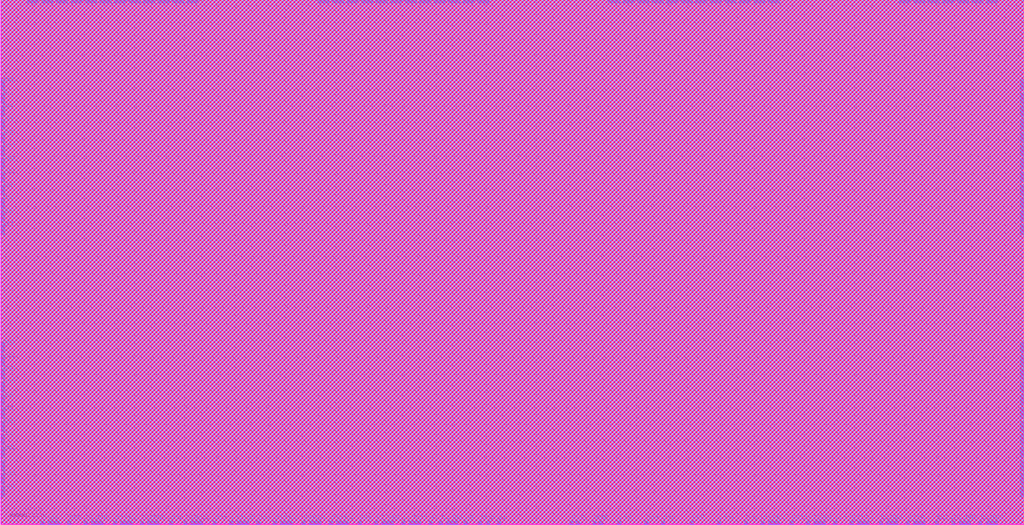
<source format=lef>
# 
#              Synchronous High Speed Single Port SRAM Compiler 
# 
#                    UMC 0.18um GenericII Logic Process
#    __________________________________________________________________________
# 
# 
#      (C) Copyright 2002-2009 Faraday Technology Corp. All Rights Reserved.
#    
#    This source code is an unpublished work belongs to Faraday Technology
#    Corp.  It is considered a trade secret and is not to be divulged or
#    used by parties who have not received written authorization from
#    Faraday Technology Corp.
#    
#    Faraday's home page can be found at:
#    http://www.faraday-tech.com/
#   
#       Module Name      : Memory_16_64
#       Words            : 64
#       Bits             : 16
#       Byte-Write       : 1
#       Aspect Ratio     : 1
#       Output Loading   : 0.05  (pf)
#       Data Slew        : 0.02  (ns)
#       CK Slew          : 0.02  (ns)
#       Power Ring Width : 2  (um)
# 
# -----------------------------------------------------------------------------
# 
#       Library          : FSA0M_A
#       Memaker          : 200901.2.1
#       Date             : 2024/10/27 12:34:50
# 
# -----------------------------------------------------------------------------


NAMESCASESENSITIVE ON ;
MACRO Memory_16_64
CLASS BLOCK ;
FOREIGN Memory_16_64 0.000 0.000 ;
ORIGIN 0.000 0.000 ;
SIZE 305.660 BY 156.800 ;
SYMMETRY x y r90 ;
SITE core ;
PIN GND
  DIRECTION INOUT ;
  USE GROUND ;
  SHAPE ABUTMENT ;
 PORT
  LAYER ME4 ;
  RECT 304.540 129.700 305.660 132.940 ;
  LAYER ME3 ;
  RECT 304.540 129.700 305.660 132.940 ;
  LAYER ME2 ;
  RECT 304.540 129.700 305.660 132.940 ;
  LAYER ME1 ;
  RECT 304.540 129.700 305.660 132.940 ;
 END
 PORT
  LAYER ME4 ;
  RECT 304.540 121.860 305.660 125.100 ;
  LAYER ME3 ;
  RECT 304.540 121.860 305.660 125.100 ;
  LAYER ME2 ;
  RECT 304.540 121.860 305.660 125.100 ;
  LAYER ME1 ;
  RECT 304.540 121.860 305.660 125.100 ;
 END
 PORT
  LAYER ME4 ;
  RECT 304.540 114.020 305.660 117.260 ;
  LAYER ME3 ;
  RECT 304.540 114.020 305.660 117.260 ;
  LAYER ME2 ;
  RECT 304.540 114.020 305.660 117.260 ;
  LAYER ME1 ;
  RECT 304.540 114.020 305.660 117.260 ;
 END
 PORT
  LAYER ME4 ;
  RECT 304.540 106.180 305.660 109.420 ;
  LAYER ME3 ;
  RECT 304.540 106.180 305.660 109.420 ;
  LAYER ME2 ;
  RECT 304.540 106.180 305.660 109.420 ;
  LAYER ME1 ;
  RECT 304.540 106.180 305.660 109.420 ;
 END
 PORT
  LAYER ME4 ;
  RECT 304.540 98.340 305.660 101.580 ;
  LAYER ME3 ;
  RECT 304.540 98.340 305.660 101.580 ;
  LAYER ME2 ;
  RECT 304.540 98.340 305.660 101.580 ;
  LAYER ME1 ;
  RECT 304.540 98.340 305.660 101.580 ;
 END
 PORT
  LAYER ME4 ;
  RECT 304.540 90.500 305.660 93.740 ;
  LAYER ME3 ;
  RECT 304.540 90.500 305.660 93.740 ;
  LAYER ME2 ;
  RECT 304.540 90.500 305.660 93.740 ;
  LAYER ME1 ;
  RECT 304.540 90.500 305.660 93.740 ;
 END
 PORT
  LAYER ME4 ;
  RECT 304.540 51.300 305.660 54.540 ;
  LAYER ME3 ;
  RECT 304.540 51.300 305.660 54.540 ;
  LAYER ME2 ;
  RECT 304.540 51.300 305.660 54.540 ;
  LAYER ME1 ;
  RECT 304.540 51.300 305.660 54.540 ;
 END
 PORT
  LAYER ME4 ;
  RECT 304.540 43.460 305.660 46.700 ;
  LAYER ME3 ;
  RECT 304.540 43.460 305.660 46.700 ;
  LAYER ME2 ;
  RECT 304.540 43.460 305.660 46.700 ;
  LAYER ME1 ;
  RECT 304.540 43.460 305.660 46.700 ;
 END
 PORT
  LAYER ME4 ;
  RECT 304.540 35.620 305.660 38.860 ;
  LAYER ME3 ;
  RECT 304.540 35.620 305.660 38.860 ;
  LAYER ME2 ;
  RECT 304.540 35.620 305.660 38.860 ;
  LAYER ME1 ;
  RECT 304.540 35.620 305.660 38.860 ;
 END
 PORT
  LAYER ME4 ;
  RECT 304.540 27.780 305.660 31.020 ;
  LAYER ME3 ;
  RECT 304.540 27.780 305.660 31.020 ;
  LAYER ME2 ;
  RECT 304.540 27.780 305.660 31.020 ;
  LAYER ME1 ;
  RECT 304.540 27.780 305.660 31.020 ;
 END
 PORT
  LAYER ME4 ;
  RECT 304.540 19.940 305.660 23.180 ;
  LAYER ME3 ;
  RECT 304.540 19.940 305.660 23.180 ;
  LAYER ME2 ;
  RECT 304.540 19.940 305.660 23.180 ;
  LAYER ME1 ;
  RECT 304.540 19.940 305.660 23.180 ;
 END
 PORT
  LAYER ME4 ;
  RECT 304.540 12.100 305.660 15.340 ;
  LAYER ME3 ;
  RECT 304.540 12.100 305.660 15.340 ;
  LAYER ME2 ;
  RECT 304.540 12.100 305.660 15.340 ;
  LAYER ME1 ;
  RECT 304.540 12.100 305.660 15.340 ;
 END
 PORT
  LAYER ME4 ;
  RECT 0.000 129.700 1.120 132.940 ;
  LAYER ME3 ;
  RECT 0.000 129.700 1.120 132.940 ;
  LAYER ME2 ;
  RECT 0.000 129.700 1.120 132.940 ;
  LAYER ME1 ;
  RECT 0.000 129.700 1.120 132.940 ;
 END
 PORT
  LAYER ME4 ;
  RECT 0.000 121.860 1.120 125.100 ;
  LAYER ME3 ;
  RECT 0.000 121.860 1.120 125.100 ;
  LAYER ME2 ;
  RECT 0.000 121.860 1.120 125.100 ;
  LAYER ME1 ;
  RECT 0.000 121.860 1.120 125.100 ;
 END
 PORT
  LAYER ME4 ;
  RECT 0.000 114.020 1.120 117.260 ;
  LAYER ME3 ;
  RECT 0.000 114.020 1.120 117.260 ;
  LAYER ME2 ;
  RECT 0.000 114.020 1.120 117.260 ;
  LAYER ME1 ;
  RECT 0.000 114.020 1.120 117.260 ;
 END
 PORT
  LAYER ME4 ;
  RECT 0.000 106.180 1.120 109.420 ;
  LAYER ME3 ;
  RECT 0.000 106.180 1.120 109.420 ;
  LAYER ME2 ;
  RECT 0.000 106.180 1.120 109.420 ;
  LAYER ME1 ;
  RECT 0.000 106.180 1.120 109.420 ;
 END
 PORT
  LAYER ME4 ;
  RECT 0.000 98.340 1.120 101.580 ;
  LAYER ME3 ;
  RECT 0.000 98.340 1.120 101.580 ;
  LAYER ME2 ;
  RECT 0.000 98.340 1.120 101.580 ;
  LAYER ME1 ;
  RECT 0.000 98.340 1.120 101.580 ;
 END
 PORT
  LAYER ME4 ;
  RECT 0.000 90.500 1.120 93.740 ;
  LAYER ME3 ;
  RECT 0.000 90.500 1.120 93.740 ;
  LAYER ME2 ;
  RECT 0.000 90.500 1.120 93.740 ;
  LAYER ME1 ;
  RECT 0.000 90.500 1.120 93.740 ;
 END
 PORT
  LAYER ME4 ;
  RECT 0.000 51.300 1.120 54.540 ;
  LAYER ME3 ;
  RECT 0.000 51.300 1.120 54.540 ;
  LAYER ME2 ;
  RECT 0.000 51.300 1.120 54.540 ;
  LAYER ME1 ;
  RECT 0.000 51.300 1.120 54.540 ;
 END
 PORT
  LAYER ME4 ;
  RECT 0.000 43.460 1.120 46.700 ;
  LAYER ME3 ;
  RECT 0.000 43.460 1.120 46.700 ;
  LAYER ME2 ;
  RECT 0.000 43.460 1.120 46.700 ;
  LAYER ME1 ;
  RECT 0.000 43.460 1.120 46.700 ;
 END
 PORT
  LAYER ME4 ;
  RECT 0.000 35.620 1.120 38.860 ;
  LAYER ME3 ;
  RECT 0.000 35.620 1.120 38.860 ;
  LAYER ME2 ;
  RECT 0.000 35.620 1.120 38.860 ;
  LAYER ME1 ;
  RECT 0.000 35.620 1.120 38.860 ;
 END
 PORT
  LAYER ME4 ;
  RECT 0.000 27.780 1.120 31.020 ;
  LAYER ME3 ;
  RECT 0.000 27.780 1.120 31.020 ;
  LAYER ME2 ;
  RECT 0.000 27.780 1.120 31.020 ;
  LAYER ME1 ;
  RECT 0.000 27.780 1.120 31.020 ;
 END
 PORT
  LAYER ME4 ;
  RECT 0.000 19.940 1.120 23.180 ;
  LAYER ME3 ;
  RECT 0.000 19.940 1.120 23.180 ;
  LAYER ME2 ;
  RECT 0.000 19.940 1.120 23.180 ;
  LAYER ME1 ;
  RECT 0.000 19.940 1.120 23.180 ;
 END
 PORT
  LAYER ME4 ;
  RECT 0.000 12.100 1.120 15.340 ;
  LAYER ME3 ;
  RECT 0.000 12.100 1.120 15.340 ;
  LAYER ME2 ;
  RECT 0.000 12.100 1.120 15.340 ;
  LAYER ME1 ;
  RECT 0.000 12.100 1.120 15.340 ;
 END
 PORT
  LAYER ME4 ;
  RECT 289.940 155.680 293.480 156.800 ;
  LAYER ME3 ;
  RECT 289.940 155.680 293.480 156.800 ;
  LAYER ME2 ;
  RECT 289.940 155.680 293.480 156.800 ;
  LAYER ME1 ;
  RECT 289.940 155.680 293.480 156.800 ;
 END
 PORT
  LAYER ME4 ;
  RECT 281.260 155.680 284.800 156.800 ;
  LAYER ME3 ;
  RECT 281.260 155.680 284.800 156.800 ;
  LAYER ME2 ;
  RECT 281.260 155.680 284.800 156.800 ;
  LAYER ME1 ;
  RECT 281.260 155.680 284.800 156.800 ;
 END
 PORT
  LAYER ME4 ;
  RECT 272.580 155.680 276.120 156.800 ;
  LAYER ME3 ;
  RECT 272.580 155.680 276.120 156.800 ;
  LAYER ME2 ;
  RECT 272.580 155.680 276.120 156.800 ;
  LAYER ME1 ;
  RECT 272.580 155.680 276.120 156.800 ;
 END
 PORT
  LAYER ME4 ;
  RECT 229.180 155.680 232.720 156.800 ;
  LAYER ME3 ;
  RECT 229.180 155.680 232.720 156.800 ;
  LAYER ME2 ;
  RECT 229.180 155.680 232.720 156.800 ;
  LAYER ME1 ;
  RECT 229.180 155.680 232.720 156.800 ;
 END
 PORT
  LAYER ME4 ;
  RECT 220.500 155.680 224.040 156.800 ;
  LAYER ME3 ;
  RECT 220.500 155.680 224.040 156.800 ;
  LAYER ME2 ;
  RECT 220.500 155.680 224.040 156.800 ;
  LAYER ME1 ;
  RECT 220.500 155.680 224.040 156.800 ;
 END
 PORT
  LAYER ME4 ;
  RECT 211.820 155.680 215.360 156.800 ;
  LAYER ME3 ;
  RECT 211.820 155.680 215.360 156.800 ;
  LAYER ME2 ;
  RECT 211.820 155.680 215.360 156.800 ;
  LAYER ME1 ;
  RECT 211.820 155.680 215.360 156.800 ;
 END
 PORT
  LAYER ME4 ;
  RECT 203.140 155.680 206.680 156.800 ;
  LAYER ME3 ;
  RECT 203.140 155.680 206.680 156.800 ;
  LAYER ME2 ;
  RECT 203.140 155.680 206.680 156.800 ;
  LAYER ME1 ;
  RECT 203.140 155.680 206.680 156.800 ;
 END
 PORT
  LAYER ME4 ;
  RECT 194.460 155.680 198.000 156.800 ;
  LAYER ME3 ;
  RECT 194.460 155.680 198.000 156.800 ;
  LAYER ME2 ;
  RECT 194.460 155.680 198.000 156.800 ;
  LAYER ME1 ;
  RECT 194.460 155.680 198.000 156.800 ;
 END
 PORT
  LAYER ME4 ;
  RECT 185.780 155.680 189.320 156.800 ;
  LAYER ME3 ;
  RECT 185.780 155.680 189.320 156.800 ;
  LAYER ME2 ;
  RECT 185.780 155.680 189.320 156.800 ;
  LAYER ME1 ;
  RECT 185.780 155.680 189.320 156.800 ;
 END
 PORT
  LAYER ME4 ;
  RECT 142.380 155.680 145.920 156.800 ;
  LAYER ME3 ;
  RECT 142.380 155.680 145.920 156.800 ;
  LAYER ME2 ;
  RECT 142.380 155.680 145.920 156.800 ;
  LAYER ME1 ;
  RECT 142.380 155.680 145.920 156.800 ;
 END
 PORT
  LAYER ME4 ;
  RECT 133.700 155.680 137.240 156.800 ;
  LAYER ME3 ;
  RECT 133.700 155.680 137.240 156.800 ;
  LAYER ME2 ;
  RECT 133.700 155.680 137.240 156.800 ;
  LAYER ME1 ;
  RECT 133.700 155.680 137.240 156.800 ;
 END
 PORT
  LAYER ME4 ;
  RECT 125.020 155.680 128.560 156.800 ;
  LAYER ME3 ;
  RECT 125.020 155.680 128.560 156.800 ;
  LAYER ME2 ;
  RECT 125.020 155.680 128.560 156.800 ;
  LAYER ME1 ;
  RECT 125.020 155.680 128.560 156.800 ;
 END
 PORT
  LAYER ME4 ;
  RECT 116.340 155.680 119.880 156.800 ;
  LAYER ME3 ;
  RECT 116.340 155.680 119.880 156.800 ;
  LAYER ME2 ;
  RECT 116.340 155.680 119.880 156.800 ;
  LAYER ME1 ;
  RECT 116.340 155.680 119.880 156.800 ;
 END
 PORT
  LAYER ME4 ;
  RECT 107.660 155.680 111.200 156.800 ;
  LAYER ME3 ;
  RECT 107.660 155.680 111.200 156.800 ;
  LAYER ME2 ;
  RECT 107.660 155.680 111.200 156.800 ;
  LAYER ME1 ;
  RECT 107.660 155.680 111.200 156.800 ;
 END
 PORT
  LAYER ME4 ;
  RECT 98.980 155.680 102.520 156.800 ;
  LAYER ME3 ;
  RECT 98.980 155.680 102.520 156.800 ;
  LAYER ME2 ;
  RECT 98.980 155.680 102.520 156.800 ;
  LAYER ME1 ;
  RECT 98.980 155.680 102.520 156.800 ;
 END
 PORT
  LAYER ME4 ;
  RECT 55.580 155.680 59.120 156.800 ;
  LAYER ME3 ;
  RECT 55.580 155.680 59.120 156.800 ;
  LAYER ME2 ;
  RECT 55.580 155.680 59.120 156.800 ;
  LAYER ME1 ;
  RECT 55.580 155.680 59.120 156.800 ;
 END
 PORT
  LAYER ME4 ;
  RECT 46.900 155.680 50.440 156.800 ;
  LAYER ME3 ;
  RECT 46.900 155.680 50.440 156.800 ;
  LAYER ME2 ;
  RECT 46.900 155.680 50.440 156.800 ;
  LAYER ME1 ;
  RECT 46.900 155.680 50.440 156.800 ;
 END
 PORT
  LAYER ME4 ;
  RECT 38.220 155.680 41.760 156.800 ;
  LAYER ME3 ;
  RECT 38.220 155.680 41.760 156.800 ;
  LAYER ME2 ;
  RECT 38.220 155.680 41.760 156.800 ;
  LAYER ME1 ;
  RECT 38.220 155.680 41.760 156.800 ;
 END
 PORT
  LAYER ME4 ;
  RECT 29.540 155.680 33.080 156.800 ;
  LAYER ME3 ;
  RECT 29.540 155.680 33.080 156.800 ;
  LAYER ME2 ;
  RECT 29.540 155.680 33.080 156.800 ;
  LAYER ME1 ;
  RECT 29.540 155.680 33.080 156.800 ;
 END
 PORT
  LAYER ME4 ;
  RECT 20.860 155.680 24.400 156.800 ;
  LAYER ME3 ;
  RECT 20.860 155.680 24.400 156.800 ;
  LAYER ME2 ;
  RECT 20.860 155.680 24.400 156.800 ;
  LAYER ME1 ;
  RECT 20.860 155.680 24.400 156.800 ;
 END
 PORT
  LAYER ME4 ;
  RECT 12.180 155.680 15.720 156.800 ;
  LAYER ME3 ;
  RECT 12.180 155.680 15.720 156.800 ;
  LAYER ME2 ;
  RECT 12.180 155.680 15.720 156.800 ;
  LAYER ME1 ;
  RECT 12.180 155.680 15.720 156.800 ;
 END
 PORT
  LAYER ME4 ;
  RECT 286.220 0.000 289.760 1.120 ;
  LAYER ME3 ;
  RECT 286.220 0.000 289.760 1.120 ;
  LAYER ME2 ;
  RECT 286.220 0.000 289.760 1.120 ;
  LAYER ME1 ;
  RECT 286.220 0.000 289.760 1.120 ;
 END
 PORT
  LAYER ME4 ;
  RECT 264.520 0.000 268.060 1.120 ;
  LAYER ME3 ;
  RECT 264.520 0.000 268.060 1.120 ;
  LAYER ME2 ;
  RECT 264.520 0.000 268.060 1.120 ;
  LAYER ME1 ;
  RECT 264.520 0.000 268.060 1.120 ;
 END
 PORT
  LAYER ME4 ;
  RECT 242.820 0.000 246.360 1.120 ;
  LAYER ME3 ;
  RECT 242.820 0.000 246.360 1.120 ;
  LAYER ME2 ;
  RECT 242.820 0.000 246.360 1.120 ;
  LAYER ME1 ;
  RECT 242.820 0.000 246.360 1.120 ;
 END
 PORT
  LAYER ME4 ;
  RECT 133.080 0.000 136.620 1.120 ;
  LAYER ME3 ;
  RECT 133.080 0.000 136.620 1.120 ;
  LAYER ME2 ;
  RECT 133.080 0.000 136.620 1.120 ;
  LAYER ME1 ;
  RECT 133.080 0.000 136.620 1.120 ;
 END
 PORT
  LAYER ME4 ;
  RECT 113.860 0.000 117.400 1.120 ;
  LAYER ME3 ;
  RECT 113.860 0.000 117.400 1.120 ;
  LAYER ME2 ;
  RECT 113.860 0.000 117.400 1.120 ;
  LAYER ME1 ;
  RECT 113.860 0.000 117.400 1.120 ;
 END
 PORT
  LAYER ME4 ;
  RECT 92.160 0.000 95.700 1.120 ;
  LAYER ME3 ;
  RECT 92.160 0.000 95.700 1.120 ;
  LAYER ME2 ;
  RECT 92.160 0.000 95.700 1.120 ;
  LAYER ME1 ;
  RECT 92.160 0.000 95.700 1.120 ;
 END
 PORT
  LAYER ME4 ;
  RECT 70.460 0.000 74.000 1.120 ;
  LAYER ME3 ;
  RECT 70.460 0.000 74.000 1.120 ;
  LAYER ME2 ;
  RECT 70.460 0.000 74.000 1.120 ;
  LAYER ME1 ;
  RECT 70.460 0.000 74.000 1.120 ;
 END
 PORT
  LAYER ME4 ;
  RECT 43.800 0.000 47.340 1.120 ;
  LAYER ME3 ;
  RECT 43.800 0.000 47.340 1.120 ;
  LAYER ME2 ;
  RECT 43.800 0.000 47.340 1.120 ;
  LAYER ME1 ;
  RECT 43.800 0.000 47.340 1.120 ;
 END
 PORT
  LAYER ME4 ;
  RECT 27.060 0.000 30.600 1.120 ;
  LAYER ME3 ;
  RECT 27.060 0.000 30.600 1.120 ;
  LAYER ME2 ;
  RECT 27.060 0.000 30.600 1.120 ;
  LAYER ME1 ;
  RECT 27.060 0.000 30.600 1.120 ;
 END
END GND
PIN VCC
  DIRECTION INOUT ;
  USE POWER ;
  SHAPE ABUTMENT ;
 PORT
  LAYER ME4 ;
  RECT 304.540 125.780 305.660 129.020 ;
  LAYER ME3 ;
  RECT 304.540 125.780 305.660 129.020 ;
  LAYER ME2 ;
  RECT 304.540 125.780 305.660 129.020 ;
  LAYER ME1 ;
  RECT 304.540 125.780 305.660 129.020 ;
 END
 PORT
  LAYER ME4 ;
  RECT 304.540 117.940 305.660 121.180 ;
  LAYER ME3 ;
  RECT 304.540 117.940 305.660 121.180 ;
  LAYER ME2 ;
  RECT 304.540 117.940 305.660 121.180 ;
  LAYER ME1 ;
  RECT 304.540 117.940 305.660 121.180 ;
 END
 PORT
  LAYER ME4 ;
  RECT 304.540 110.100 305.660 113.340 ;
  LAYER ME3 ;
  RECT 304.540 110.100 305.660 113.340 ;
  LAYER ME2 ;
  RECT 304.540 110.100 305.660 113.340 ;
  LAYER ME1 ;
  RECT 304.540 110.100 305.660 113.340 ;
 END
 PORT
  LAYER ME4 ;
  RECT 304.540 102.260 305.660 105.500 ;
  LAYER ME3 ;
  RECT 304.540 102.260 305.660 105.500 ;
  LAYER ME2 ;
  RECT 304.540 102.260 305.660 105.500 ;
  LAYER ME1 ;
  RECT 304.540 102.260 305.660 105.500 ;
 END
 PORT
  LAYER ME4 ;
  RECT 304.540 94.420 305.660 97.660 ;
  LAYER ME3 ;
  RECT 304.540 94.420 305.660 97.660 ;
  LAYER ME2 ;
  RECT 304.540 94.420 305.660 97.660 ;
  LAYER ME1 ;
  RECT 304.540 94.420 305.660 97.660 ;
 END
 PORT
  LAYER ME4 ;
  RECT 304.540 86.580 305.660 89.820 ;
  LAYER ME3 ;
  RECT 304.540 86.580 305.660 89.820 ;
  LAYER ME2 ;
  RECT 304.540 86.580 305.660 89.820 ;
  LAYER ME1 ;
  RECT 304.540 86.580 305.660 89.820 ;
 END
 PORT
  LAYER ME4 ;
  RECT 304.540 47.380 305.660 50.620 ;
  LAYER ME3 ;
  RECT 304.540 47.380 305.660 50.620 ;
  LAYER ME2 ;
  RECT 304.540 47.380 305.660 50.620 ;
  LAYER ME1 ;
  RECT 304.540 47.380 305.660 50.620 ;
 END
 PORT
  LAYER ME4 ;
  RECT 304.540 39.540 305.660 42.780 ;
  LAYER ME3 ;
  RECT 304.540 39.540 305.660 42.780 ;
  LAYER ME2 ;
  RECT 304.540 39.540 305.660 42.780 ;
  LAYER ME1 ;
  RECT 304.540 39.540 305.660 42.780 ;
 END
 PORT
  LAYER ME4 ;
  RECT 304.540 31.700 305.660 34.940 ;
  LAYER ME3 ;
  RECT 304.540 31.700 305.660 34.940 ;
  LAYER ME2 ;
  RECT 304.540 31.700 305.660 34.940 ;
  LAYER ME1 ;
  RECT 304.540 31.700 305.660 34.940 ;
 END
 PORT
  LAYER ME4 ;
  RECT 304.540 23.860 305.660 27.100 ;
  LAYER ME3 ;
  RECT 304.540 23.860 305.660 27.100 ;
  LAYER ME2 ;
  RECT 304.540 23.860 305.660 27.100 ;
  LAYER ME1 ;
  RECT 304.540 23.860 305.660 27.100 ;
 END
 PORT
  LAYER ME4 ;
  RECT 304.540 16.020 305.660 19.260 ;
  LAYER ME3 ;
  RECT 304.540 16.020 305.660 19.260 ;
  LAYER ME2 ;
  RECT 304.540 16.020 305.660 19.260 ;
  LAYER ME1 ;
  RECT 304.540 16.020 305.660 19.260 ;
 END
 PORT
  LAYER ME4 ;
  RECT 304.540 8.180 305.660 11.420 ;
  LAYER ME3 ;
  RECT 304.540 8.180 305.660 11.420 ;
  LAYER ME2 ;
  RECT 304.540 8.180 305.660 11.420 ;
  LAYER ME1 ;
  RECT 304.540 8.180 305.660 11.420 ;
 END
 PORT
  LAYER ME4 ;
  RECT 0.000 125.780 1.120 129.020 ;
  LAYER ME3 ;
  RECT 0.000 125.780 1.120 129.020 ;
  LAYER ME2 ;
  RECT 0.000 125.780 1.120 129.020 ;
  LAYER ME1 ;
  RECT 0.000 125.780 1.120 129.020 ;
 END
 PORT
  LAYER ME4 ;
  RECT 0.000 117.940 1.120 121.180 ;
  LAYER ME3 ;
  RECT 0.000 117.940 1.120 121.180 ;
  LAYER ME2 ;
  RECT 0.000 117.940 1.120 121.180 ;
  LAYER ME1 ;
  RECT 0.000 117.940 1.120 121.180 ;
 END
 PORT
  LAYER ME4 ;
  RECT 0.000 110.100 1.120 113.340 ;
  LAYER ME3 ;
  RECT 0.000 110.100 1.120 113.340 ;
  LAYER ME2 ;
  RECT 0.000 110.100 1.120 113.340 ;
  LAYER ME1 ;
  RECT 0.000 110.100 1.120 113.340 ;
 END
 PORT
  LAYER ME4 ;
  RECT 0.000 102.260 1.120 105.500 ;
  LAYER ME3 ;
  RECT 0.000 102.260 1.120 105.500 ;
  LAYER ME2 ;
  RECT 0.000 102.260 1.120 105.500 ;
  LAYER ME1 ;
  RECT 0.000 102.260 1.120 105.500 ;
 END
 PORT
  LAYER ME4 ;
  RECT 0.000 94.420 1.120 97.660 ;
  LAYER ME3 ;
  RECT 0.000 94.420 1.120 97.660 ;
  LAYER ME2 ;
  RECT 0.000 94.420 1.120 97.660 ;
  LAYER ME1 ;
  RECT 0.000 94.420 1.120 97.660 ;
 END
 PORT
  LAYER ME4 ;
  RECT 0.000 86.580 1.120 89.820 ;
  LAYER ME3 ;
  RECT 0.000 86.580 1.120 89.820 ;
  LAYER ME2 ;
  RECT 0.000 86.580 1.120 89.820 ;
  LAYER ME1 ;
  RECT 0.000 86.580 1.120 89.820 ;
 END
 PORT
  LAYER ME4 ;
  RECT 0.000 47.380 1.120 50.620 ;
  LAYER ME3 ;
  RECT 0.000 47.380 1.120 50.620 ;
  LAYER ME2 ;
  RECT 0.000 47.380 1.120 50.620 ;
  LAYER ME1 ;
  RECT 0.000 47.380 1.120 50.620 ;
 END
 PORT
  LAYER ME4 ;
  RECT 0.000 39.540 1.120 42.780 ;
  LAYER ME3 ;
  RECT 0.000 39.540 1.120 42.780 ;
  LAYER ME2 ;
  RECT 0.000 39.540 1.120 42.780 ;
  LAYER ME1 ;
  RECT 0.000 39.540 1.120 42.780 ;
 END
 PORT
  LAYER ME4 ;
  RECT 0.000 31.700 1.120 34.940 ;
  LAYER ME3 ;
  RECT 0.000 31.700 1.120 34.940 ;
  LAYER ME2 ;
  RECT 0.000 31.700 1.120 34.940 ;
  LAYER ME1 ;
  RECT 0.000 31.700 1.120 34.940 ;
 END
 PORT
  LAYER ME4 ;
  RECT 0.000 23.860 1.120 27.100 ;
  LAYER ME3 ;
  RECT 0.000 23.860 1.120 27.100 ;
  LAYER ME2 ;
  RECT 0.000 23.860 1.120 27.100 ;
  LAYER ME1 ;
  RECT 0.000 23.860 1.120 27.100 ;
 END
 PORT
  LAYER ME4 ;
  RECT 0.000 16.020 1.120 19.260 ;
  LAYER ME3 ;
  RECT 0.000 16.020 1.120 19.260 ;
  LAYER ME2 ;
  RECT 0.000 16.020 1.120 19.260 ;
  LAYER ME1 ;
  RECT 0.000 16.020 1.120 19.260 ;
 END
 PORT
  LAYER ME4 ;
  RECT 0.000 8.180 1.120 11.420 ;
  LAYER ME3 ;
  RECT 0.000 8.180 1.120 11.420 ;
  LAYER ME2 ;
  RECT 0.000 8.180 1.120 11.420 ;
  LAYER ME1 ;
  RECT 0.000 8.180 1.120 11.420 ;
 END
 PORT
  LAYER ME4 ;
  RECT 294.280 155.680 297.820 156.800 ;
  LAYER ME3 ;
  RECT 294.280 155.680 297.820 156.800 ;
  LAYER ME2 ;
  RECT 294.280 155.680 297.820 156.800 ;
  LAYER ME1 ;
  RECT 294.280 155.680 297.820 156.800 ;
 END
 PORT
  LAYER ME4 ;
  RECT 285.600 155.680 289.140 156.800 ;
  LAYER ME3 ;
  RECT 285.600 155.680 289.140 156.800 ;
  LAYER ME2 ;
  RECT 285.600 155.680 289.140 156.800 ;
  LAYER ME1 ;
  RECT 285.600 155.680 289.140 156.800 ;
 END
 PORT
  LAYER ME4 ;
  RECT 276.920 155.680 280.460 156.800 ;
  LAYER ME3 ;
  RECT 276.920 155.680 280.460 156.800 ;
  LAYER ME2 ;
  RECT 276.920 155.680 280.460 156.800 ;
  LAYER ME1 ;
  RECT 276.920 155.680 280.460 156.800 ;
 END
 PORT
  LAYER ME4 ;
  RECT 268.240 155.680 271.780 156.800 ;
  LAYER ME3 ;
  RECT 268.240 155.680 271.780 156.800 ;
  LAYER ME2 ;
  RECT 268.240 155.680 271.780 156.800 ;
  LAYER ME1 ;
  RECT 268.240 155.680 271.780 156.800 ;
 END
 PORT
  LAYER ME4 ;
  RECT 224.840 155.680 228.380 156.800 ;
  LAYER ME3 ;
  RECT 224.840 155.680 228.380 156.800 ;
  LAYER ME2 ;
  RECT 224.840 155.680 228.380 156.800 ;
  LAYER ME1 ;
  RECT 224.840 155.680 228.380 156.800 ;
 END
 PORT
  LAYER ME4 ;
  RECT 216.160 155.680 219.700 156.800 ;
  LAYER ME3 ;
  RECT 216.160 155.680 219.700 156.800 ;
  LAYER ME2 ;
  RECT 216.160 155.680 219.700 156.800 ;
  LAYER ME1 ;
  RECT 216.160 155.680 219.700 156.800 ;
 END
 PORT
  LAYER ME4 ;
  RECT 207.480 155.680 211.020 156.800 ;
  LAYER ME3 ;
  RECT 207.480 155.680 211.020 156.800 ;
  LAYER ME2 ;
  RECT 207.480 155.680 211.020 156.800 ;
  LAYER ME1 ;
  RECT 207.480 155.680 211.020 156.800 ;
 END
 PORT
  LAYER ME4 ;
  RECT 198.800 155.680 202.340 156.800 ;
  LAYER ME3 ;
  RECT 198.800 155.680 202.340 156.800 ;
  LAYER ME2 ;
  RECT 198.800 155.680 202.340 156.800 ;
  LAYER ME1 ;
  RECT 198.800 155.680 202.340 156.800 ;
 END
 PORT
  LAYER ME4 ;
  RECT 190.120 155.680 193.660 156.800 ;
  LAYER ME3 ;
  RECT 190.120 155.680 193.660 156.800 ;
  LAYER ME2 ;
  RECT 190.120 155.680 193.660 156.800 ;
  LAYER ME1 ;
  RECT 190.120 155.680 193.660 156.800 ;
 END
 PORT
  LAYER ME4 ;
  RECT 181.440 155.680 184.980 156.800 ;
  LAYER ME3 ;
  RECT 181.440 155.680 184.980 156.800 ;
  LAYER ME2 ;
  RECT 181.440 155.680 184.980 156.800 ;
  LAYER ME1 ;
  RECT 181.440 155.680 184.980 156.800 ;
 END
 PORT
  LAYER ME4 ;
  RECT 138.040 155.680 141.580 156.800 ;
  LAYER ME3 ;
  RECT 138.040 155.680 141.580 156.800 ;
  LAYER ME2 ;
  RECT 138.040 155.680 141.580 156.800 ;
  LAYER ME1 ;
  RECT 138.040 155.680 141.580 156.800 ;
 END
 PORT
  LAYER ME4 ;
  RECT 129.360 155.680 132.900 156.800 ;
  LAYER ME3 ;
  RECT 129.360 155.680 132.900 156.800 ;
  LAYER ME2 ;
  RECT 129.360 155.680 132.900 156.800 ;
  LAYER ME1 ;
  RECT 129.360 155.680 132.900 156.800 ;
 END
 PORT
  LAYER ME4 ;
  RECT 120.680 155.680 124.220 156.800 ;
  LAYER ME3 ;
  RECT 120.680 155.680 124.220 156.800 ;
  LAYER ME2 ;
  RECT 120.680 155.680 124.220 156.800 ;
  LAYER ME1 ;
  RECT 120.680 155.680 124.220 156.800 ;
 END
 PORT
  LAYER ME4 ;
  RECT 112.000 155.680 115.540 156.800 ;
  LAYER ME3 ;
  RECT 112.000 155.680 115.540 156.800 ;
  LAYER ME2 ;
  RECT 112.000 155.680 115.540 156.800 ;
  LAYER ME1 ;
  RECT 112.000 155.680 115.540 156.800 ;
 END
 PORT
  LAYER ME4 ;
  RECT 103.320 155.680 106.860 156.800 ;
  LAYER ME3 ;
  RECT 103.320 155.680 106.860 156.800 ;
  LAYER ME2 ;
  RECT 103.320 155.680 106.860 156.800 ;
  LAYER ME1 ;
  RECT 103.320 155.680 106.860 156.800 ;
 END
 PORT
  LAYER ME4 ;
  RECT 94.640 155.680 98.180 156.800 ;
  LAYER ME3 ;
  RECT 94.640 155.680 98.180 156.800 ;
  LAYER ME2 ;
  RECT 94.640 155.680 98.180 156.800 ;
  LAYER ME1 ;
  RECT 94.640 155.680 98.180 156.800 ;
 END
 PORT
  LAYER ME4 ;
  RECT 51.240 155.680 54.780 156.800 ;
  LAYER ME3 ;
  RECT 51.240 155.680 54.780 156.800 ;
  LAYER ME2 ;
  RECT 51.240 155.680 54.780 156.800 ;
  LAYER ME1 ;
  RECT 51.240 155.680 54.780 156.800 ;
 END
 PORT
  LAYER ME4 ;
  RECT 42.560 155.680 46.100 156.800 ;
  LAYER ME3 ;
  RECT 42.560 155.680 46.100 156.800 ;
  LAYER ME2 ;
  RECT 42.560 155.680 46.100 156.800 ;
  LAYER ME1 ;
  RECT 42.560 155.680 46.100 156.800 ;
 END
 PORT
  LAYER ME4 ;
  RECT 33.880 155.680 37.420 156.800 ;
  LAYER ME3 ;
  RECT 33.880 155.680 37.420 156.800 ;
  LAYER ME2 ;
  RECT 33.880 155.680 37.420 156.800 ;
  LAYER ME1 ;
  RECT 33.880 155.680 37.420 156.800 ;
 END
 PORT
  LAYER ME4 ;
  RECT 25.200 155.680 28.740 156.800 ;
  LAYER ME3 ;
  RECT 25.200 155.680 28.740 156.800 ;
  LAYER ME2 ;
  RECT 25.200 155.680 28.740 156.800 ;
  LAYER ME1 ;
  RECT 25.200 155.680 28.740 156.800 ;
 END
 PORT
  LAYER ME4 ;
  RECT 16.520 155.680 20.060 156.800 ;
  LAYER ME3 ;
  RECT 16.520 155.680 20.060 156.800 ;
  LAYER ME2 ;
  RECT 16.520 155.680 20.060 156.800 ;
  LAYER ME1 ;
  RECT 16.520 155.680 20.060 156.800 ;
 END
 PORT
  LAYER ME4 ;
  RECT 7.840 155.680 11.380 156.800 ;
  LAYER ME3 ;
  RECT 7.840 155.680 11.380 156.800 ;
  LAYER ME2 ;
  RECT 7.840 155.680 11.380 156.800 ;
  LAYER ME1 ;
  RECT 7.840 155.680 11.380 156.800 ;
 END
 PORT
  LAYER ME4 ;
  RECT 294.280 0.000 297.820 1.120 ;
  LAYER ME3 ;
  RECT 294.280 0.000 297.820 1.120 ;
  LAYER ME2 ;
  RECT 294.280 0.000 297.820 1.120 ;
  LAYER ME1 ;
  RECT 294.280 0.000 297.820 1.120 ;
 END
 PORT
  LAYER ME4 ;
  RECT 272.580 0.000 276.120 1.120 ;
  LAYER ME3 ;
  RECT 272.580 0.000 276.120 1.120 ;
  LAYER ME2 ;
  RECT 272.580 0.000 276.120 1.120 ;
  LAYER ME1 ;
  RECT 272.580 0.000 276.120 1.120 ;
 END
 PORT
  LAYER ME4 ;
  RECT 255.840 0.000 259.380 1.120 ;
  LAYER ME3 ;
  RECT 255.840 0.000 259.380 1.120 ;
  LAYER ME2 ;
  RECT 255.840 0.000 259.380 1.120 ;
  LAYER ME1 ;
  RECT 255.840 0.000 259.380 1.120 ;
 END
 PORT
  LAYER ME4 ;
  RECT 229.180 0.000 232.720 1.120 ;
  LAYER ME3 ;
  RECT 229.180 0.000 232.720 1.120 ;
  LAYER ME2 ;
  RECT 229.180 0.000 232.720 1.120 ;
  LAYER ME1 ;
  RECT 229.180 0.000 232.720 1.120 ;
 END
 PORT
  LAYER ME4 ;
  RECT 121.920 0.000 125.460 1.120 ;
  LAYER ME3 ;
  RECT 121.920 0.000 125.460 1.120 ;
  LAYER ME2 ;
  RECT 121.920 0.000 125.460 1.120 ;
  LAYER ME1 ;
  RECT 121.920 0.000 125.460 1.120 ;
 END
 PORT
  LAYER ME4 ;
  RECT 100.220 0.000 103.760 1.120 ;
  LAYER ME3 ;
  RECT 100.220 0.000 103.760 1.120 ;
  LAYER ME2 ;
  RECT 100.220 0.000 103.760 1.120 ;
  LAYER ME1 ;
  RECT 100.220 0.000 103.760 1.120 ;
 END
 PORT
  LAYER ME4 ;
  RECT 83.480 0.000 87.020 1.120 ;
  LAYER ME3 ;
  RECT 83.480 0.000 87.020 1.120 ;
  LAYER ME2 ;
  RECT 83.480 0.000 87.020 1.120 ;
  LAYER ME1 ;
  RECT 83.480 0.000 87.020 1.120 ;
 END
 PORT
  LAYER ME4 ;
  RECT 56.820 0.000 60.360 1.120 ;
  LAYER ME3 ;
  RECT 56.820 0.000 60.360 1.120 ;
  LAYER ME2 ;
  RECT 56.820 0.000 60.360 1.120 ;
  LAYER ME1 ;
  RECT 56.820 0.000 60.360 1.120 ;
 END
 PORT
  LAYER ME4 ;
  RECT 35.740 0.000 39.280 1.120 ;
  LAYER ME3 ;
  RECT 35.740 0.000 39.280 1.120 ;
  LAYER ME2 ;
  RECT 35.740 0.000 39.280 1.120 ;
  LAYER ME1 ;
  RECT 35.740 0.000 39.280 1.120 ;
 END
 PORT
  LAYER ME4 ;
  RECT 14.040 0.000 17.580 1.120 ;
  LAYER ME3 ;
  RECT 14.040 0.000 17.580 1.120 ;
  LAYER ME2 ;
  RECT 14.040 0.000 17.580 1.120 ;
  LAYER ME1 ;
  RECT 14.040 0.000 17.580 1.120 ;
 END
END VCC
PIN DO15
  DIRECTION OUTPUT ;
  CAPACITANCE 0.031 ;
 PORT
  LAYER ME4 ;
  RECT 292.080 0.000 293.200 1.120 ;
  LAYER ME3 ;
  RECT 292.080 0.000 293.200 1.120 ;
  LAYER ME2 ;
  RECT 292.080 0.000 293.200 1.120 ;
  LAYER ME1 ;
  RECT 292.080 0.000 293.200 1.120 ;
 END
END DO15
PIN DI15
  DIRECTION INPUT ;
  CAPACITANCE 0.012 ;
 PORT
  LAYER ME4 ;
  RECT 284.020 0.000 285.140 1.120 ;
  LAYER ME3 ;
  RECT 284.020 0.000 285.140 1.120 ;
  LAYER ME2 ;
  RECT 284.020 0.000 285.140 1.120 ;
  LAYER ME1 ;
  RECT 284.020 0.000 285.140 1.120 ;
 END
END DI15
PIN DO14
  DIRECTION OUTPUT ;
  CAPACITANCE 0.031 ;
 PORT
  LAYER ME4 ;
  RECT 279.060 0.000 280.180 1.120 ;
  LAYER ME3 ;
  RECT 279.060 0.000 280.180 1.120 ;
  LAYER ME2 ;
  RECT 279.060 0.000 280.180 1.120 ;
  LAYER ME1 ;
  RECT 279.060 0.000 280.180 1.120 ;
 END
END DO14
PIN DI14
  DIRECTION INPUT ;
  CAPACITANCE 0.012 ;
 PORT
  LAYER ME4 ;
  RECT 270.380 0.000 271.500 1.120 ;
  LAYER ME3 ;
  RECT 270.380 0.000 271.500 1.120 ;
  LAYER ME2 ;
  RECT 270.380 0.000 271.500 1.120 ;
  LAYER ME1 ;
  RECT 270.380 0.000 271.500 1.120 ;
 END
END DI14
PIN DO13
  DIRECTION OUTPUT ;
  CAPACITANCE 0.031 ;
 PORT
  LAYER ME4 ;
  RECT 262.320 0.000 263.440 1.120 ;
  LAYER ME3 ;
  RECT 262.320 0.000 263.440 1.120 ;
  LAYER ME2 ;
  RECT 262.320 0.000 263.440 1.120 ;
  LAYER ME1 ;
  RECT 262.320 0.000 263.440 1.120 ;
 END
END DO13
PIN DI13
  DIRECTION INPUT ;
  CAPACITANCE 0.012 ;
 PORT
  LAYER ME4 ;
  RECT 253.640 0.000 254.760 1.120 ;
  LAYER ME3 ;
  RECT 253.640 0.000 254.760 1.120 ;
  LAYER ME2 ;
  RECT 253.640 0.000 254.760 1.120 ;
  LAYER ME1 ;
  RECT 253.640 0.000 254.760 1.120 ;
 END
END DI13
PIN DO12
  DIRECTION OUTPUT ;
  CAPACITANCE 0.031 ;
 PORT
  LAYER ME4 ;
  RECT 248.680 0.000 249.800 1.120 ;
  LAYER ME3 ;
  RECT 248.680 0.000 249.800 1.120 ;
  LAYER ME2 ;
  RECT 248.680 0.000 249.800 1.120 ;
  LAYER ME1 ;
  RECT 248.680 0.000 249.800 1.120 ;
 END
END DO12
PIN DI12
  DIRECTION INPUT ;
  CAPACITANCE 0.012 ;
 PORT
  LAYER ME4 ;
  RECT 240.620 0.000 241.740 1.120 ;
  LAYER ME3 ;
  RECT 240.620 0.000 241.740 1.120 ;
  LAYER ME2 ;
  RECT 240.620 0.000 241.740 1.120 ;
  LAYER ME1 ;
  RECT 240.620 0.000 241.740 1.120 ;
 END
END DI12
PIN DO11
  DIRECTION OUTPUT ;
  CAPACITANCE 0.031 ;
 PORT
  LAYER ME4 ;
  RECT 235.660 0.000 236.780 1.120 ;
  LAYER ME3 ;
  RECT 235.660 0.000 236.780 1.120 ;
  LAYER ME2 ;
  RECT 235.660 0.000 236.780 1.120 ;
  LAYER ME1 ;
  RECT 235.660 0.000 236.780 1.120 ;
 END
END DO11
PIN DI11
  DIRECTION INPUT ;
  CAPACITANCE 0.012 ;
 PORT
  LAYER ME4 ;
  RECT 226.980 0.000 228.100 1.120 ;
  LAYER ME3 ;
  RECT 226.980 0.000 228.100 1.120 ;
  LAYER ME2 ;
  RECT 226.980 0.000 228.100 1.120 ;
  LAYER ME1 ;
  RECT 226.980 0.000 228.100 1.120 ;
 END
END DI11
PIN DO10
  DIRECTION OUTPUT ;
  CAPACITANCE 0.031 ;
 PORT
  LAYER ME4 ;
  RECT 222.020 0.000 223.140 1.120 ;
  LAYER ME3 ;
  RECT 222.020 0.000 223.140 1.120 ;
  LAYER ME2 ;
  RECT 222.020 0.000 223.140 1.120 ;
  LAYER ME1 ;
  RECT 222.020 0.000 223.140 1.120 ;
 END
END DO10
PIN DI10
  DIRECTION INPUT ;
  CAPACITANCE 0.012 ;
 PORT
  LAYER ME4 ;
  RECT 213.960 0.000 215.080 1.120 ;
  LAYER ME3 ;
  RECT 213.960 0.000 215.080 1.120 ;
  LAYER ME2 ;
  RECT 213.960 0.000 215.080 1.120 ;
  LAYER ME1 ;
  RECT 213.960 0.000 215.080 1.120 ;
 END
END DI10
PIN DO9
  DIRECTION OUTPUT ;
  CAPACITANCE 0.031 ;
 PORT
  LAYER ME4 ;
  RECT 205.900 0.000 207.020 1.120 ;
  LAYER ME3 ;
  RECT 205.900 0.000 207.020 1.120 ;
  LAYER ME2 ;
  RECT 205.900 0.000 207.020 1.120 ;
  LAYER ME1 ;
  RECT 205.900 0.000 207.020 1.120 ;
 END
END DO9
PIN DI9
  DIRECTION INPUT ;
  CAPACITANCE 0.012 ;
 PORT
  LAYER ME4 ;
  RECT 197.220 0.000 198.340 1.120 ;
  LAYER ME3 ;
  RECT 197.220 0.000 198.340 1.120 ;
  LAYER ME2 ;
  RECT 197.220 0.000 198.340 1.120 ;
  LAYER ME1 ;
  RECT 197.220 0.000 198.340 1.120 ;
 END
END DI9
PIN DO8
  DIRECTION OUTPUT ;
  CAPACITANCE 0.031 ;
 PORT
  LAYER ME4 ;
  RECT 192.260 0.000 193.380 1.120 ;
  LAYER ME3 ;
  RECT 192.260 0.000 193.380 1.120 ;
  LAYER ME2 ;
  RECT 192.260 0.000 193.380 1.120 ;
  LAYER ME1 ;
  RECT 192.260 0.000 193.380 1.120 ;
 END
END DO8
PIN DI8
  DIRECTION INPUT ;
  CAPACITANCE 0.012 ;
 PORT
  LAYER ME4 ;
  RECT 184.200 0.000 185.320 1.120 ;
  LAYER ME3 ;
  RECT 184.200 0.000 185.320 1.120 ;
  LAYER ME2 ;
  RECT 184.200 0.000 185.320 1.120 ;
  LAYER ME1 ;
  RECT 184.200 0.000 185.320 1.120 ;
 END
END DI8
PIN A1
  DIRECTION INPUT ;
  CAPACITANCE 0.027 ;
 PORT
  LAYER ME4 ;
  RECT 178.620 0.000 179.740 1.120 ;
  LAYER ME3 ;
  RECT 178.620 0.000 179.740 1.120 ;
  LAYER ME2 ;
  RECT 178.620 0.000 179.740 1.120 ;
  LAYER ME1 ;
  RECT 178.620 0.000 179.740 1.120 ;
 END
END A1
PIN WEB
  DIRECTION INPUT ;
  CAPACITANCE 0.011 ;
 PORT
  LAYER ME4 ;
  RECT 176.760 0.000 177.880 1.120 ;
  LAYER ME3 ;
  RECT 176.760 0.000 177.880 1.120 ;
  LAYER ME2 ;
  RECT 176.760 0.000 177.880 1.120 ;
  LAYER ME1 ;
  RECT 176.760 0.000 177.880 1.120 ;
 END
END WEB
PIN OE
  DIRECTION INPUT ;
  CAPACITANCE 0.033 ;
 PORT
  LAYER ME4 ;
  RECT 171.800 0.000 172.920 1.120 ;
  LAYER ME3 ;
  RECT 171.800 0.000 172.920 1.120 ;
  LAYER ME2 ;
  RECT 171.800 0.000 172.920 1.120 ;
  LAYER ME1 ;
  RECT 171.800 0.000 172.920 1.120 ;
 END
END OE
PIN CS
  DIRECTION INPUT ;
  CAPACITANCE 0.123 ;
 PORT
  LAYER ME4 ;
  RECT 169.940 0.000 171.060 1.120 ;
  LAYER ME3 ;
  RECT 169.940 0.000 171.060 1.120 ;
  LAYER ME2 ;
  RECT 169.940 0.000 171.060 1.120 ;
  LAYER ME1 ;
  RECT 169.940 0.000 171.060 1.120 ;
 END
END CS
PIN A2
  DIRECTION INPUT ;
  CAPACITANCE 0.027 ;
 PORT
  LAYER ME4 ;
  RECT 148.240 0.000 149.360 1.120 ;
  LAYER ME3 ;
  RECT 148.240 0.000 149.360 1.120 ;
  LAYER ME2 ;
  RECT 148.240 0.000 149.360 1.120 ;
  LAYER ME1 ;
  RECT 148.240 0.000 149.360 1.120 ;
 END
END A2
PIN CK
  DIRECTION INPUT ;
  CAPACITANCE 0.063 ;
 PORT
  LAYER ME4 ;
  RECT 145.140 0.000 146.260 1.120 ;
  LAYER ME3 ;
  RECT 145.140 0.000 146.260 1.120 ;
  LAYER ME2 ;
  RECT 145.140 0.000 146.260 1.120 ;
  LAYER ME1 ;
  RECT 145.140 0.000 146.260 1.120 ;
 END
END CK
PIN A0
  DIRECTION INPUT ;
  CAPACITANCE 0.027 ;
 PORT
  LAYER ME4 ;
  RECT 142.660 0.000 143.780 1.120 ;
  LAYER ME3 ;
  RECT 142.660 0.000 143.780 1.120 ;
  LAYER ME2 ;
  RECT 142.660 0.000 143.780 1.120 ;
  LAYER ME1 ;
  RECT 142.660 0.000 143.780 1.120 ;
 END
END A0
PIN A3
  DIRECTION INPUT ;
  CAPACITANCE 0.027 ;
 PORT
  LAYER ME4 ;
  RECT 138.320 0.000 139.440 1.120 ;
  LAYER ME3 ;
  RECT 138.320 0.000 139.440 1.120 ;
  LAYER ME2 ;
  RECT 138.320 0.000 139.440 1.120 ;
  LAYER ME1 ;
  RECT 138.320 0.000 139.440 1.120 ;
 END
END A3
PIN A4
  DIRECTION INPUT ;
  CAPACITANCE 0.027 ;
 PORT
  LAYER ME4 ;
  RECT 130.880 0.000 132.000 1.120 ;
  LAYER ME3 ;
  RECT 130.880 0.000 132.000 1.120 ;
  LAYER ME2 ;
  RECT 130.880 0.000 132.000 1.120 ;
  LAYER ME1 ;
  RECT 130.880 0.000 132.000 1.120 ;
 END
END A4
PIN A5
  DIRECTION INPUT ;
  CAPACITANCE 0.027 ;
 PORT
  LAYER ME4 ;
  RECT 127.780 0.000 128.900 1.120 ;
  LAYER ME3 ;
  RECT 127.780 0.000 128.900 1.120 ;
  LAYER ME2 ;
  RECT 127.780 0.000 128.900 1.120 ;
  LAYER ME1 ;
  RECT 127.780 0.000 128.900 1.120 ;
 END
END A5
PIN DO7
  DIRECTION OUTPUT ;
  CAPACITANCE 0.031 ;
 PORT
  LAYER ME4 ;
  RECT 119.720 0.000 120.840 1.120 ;
  LAYER ME3 ;
  RECT 119.720 0.000 120.840 1.120 ;
  LAYER ME2 ;
  RECT 119.720 0.000 120.840 1.120 ;
  LAYER ME1 ;
  RECT 119.720 0.000 120.840 1.120 ;
 END
END DO7
PIN DI7
  DIRECTION INPUT ;
  CAPACITANCE 0.012 ;
 PORT
  LAYER ME4 ;
  RECT 111.660 0.000 112.780 1.120 ;
  LAYER ME3 ;
  RECT 111.660 0.000 112.780 1.120 ;
  LAYER ME2 ;
  RECT 111.660 0.000 112.780 1.120 ;
  LAYER ME1 ;
  RECT 111.660 0.000 112.780 1.120 ;
 END
END DI7
PIN DO6
  DIRECTION OUTPUT ;
  CAPACITANCE 0.031 ;
 PORT
  LAYER ME4 ;
  RECT 106.700 0.000 107.820 1.120 ;
  LAYER ME3 ;
  RECT 106.700 0.000 107.820 1.120 ;
  LAYER ME2 ;
  RECT 106.700 0.000 107.820 1.120 ;
  LAYER ME1 ;
  RECT 106.700 0.000 107.820 1.120 ;
 END
END DO6
PIN DI6
  DIRECTION INPUT ;
  CAPACITANCE 0.012 ;
 PORT
  LAYER ME4 ;
  RECT 98.020 0.000 99.140 1.120 ;
  LAYER ME3 ;
  RECT 98.020 0.000 99.140 1.120 ;
  LAYER ME2 ;
  RECT 98.020 0.000 99.140 1.120 ;
  LAYER ME1 ;
  RECT 98.020 0.000 99.140 1.120 ;
 END
END DI6
PIN DO5
  DIRECTION OUTPUT ;
  CAPACITANCE 0.031 ;
 PORT
  LAYER ME4 ;
  RECT 89.960 0.000 91.080 1.120 ;
  LAYER ME3 ;
  RECT 89.960 0.000 91.080 1.120 ;
  LAYER ME2 ;
  RECT 89.960 0.000 91.080 1.120 ;
  LAYER ME1 ;
  RECT 89.960 0.000 91.080 1.120 ;
 END
END DO5
PIN DI5
  DIRECTION INPUT ;
  CAPACITANCE 0.012 ;
 PORT
  LAYER ME4 ;
  RECT 81.280 0.000 82.400 1.120 ;
  LAYER ME3 ;
  RECT 81.280 0.000 82.400 1.120 ;
  LAYER ME2 ;
  RECT 81.280 0.000 82.400 1.120 ;
  LAYER ME1 ;
  RECT 81.280 0.000 82.400 1.120 ;
 END
END DI5
PIN DO4
  DIRECTION OUTPUT ;
  CAPACITANCE 0.031 ;
 PORT
  LAYER ME4 ;
  RECT 76.320 0.000 77.440 1.120 ;
  LAYER ME3 ;
  RECT 76.320 0.000 77.440 1.120 ;
  LAYER ME2 ;
  RECT 76.320 0.000 77.440 1.120 ;
  LAYER ME1 ;
  RECT 76.320 0.000 77.440 1.120 ;
 END
END DO4
PIN DI4
  DIRECTION INPUT ;
  CAPACITANCE 0.012 ;
 PORT
  LAYER ME4 ;
  RECT 68.260 0.000 69.380 1.120 ;
  LAYER ME3 ;
  RECT 68.260 0.000 69.380 1.120 ;
  LAYER ME2 ;
  RECT 68.260 0.000 69.380 1.120 ;
  LAYER ME1 ;
  RECT 68.260 0.000 69.380 1.120 ;
 END
END DI4
PIN DO3
  DIRECTION OUTPUT ;
  CAPACITANCE 0.031 ;
 PORT
  LAYER ME4 ;
  RECT 63.300 0.000 64.420 1.120 ;
  LAYER ME3 ;
  RECT 63.300 0.000 64.420 1.120 ;
  LAYER ME2 ;
  RECT 63.300 0.000 64.420 1.120 ;
  LAYER ME1 ;
  RECT 63.300 0.000 64.420 1.120 ;
 END
END DO3
PIN DI3
  DIRECTION INPUT ;
  CAPACITANCE 0.012 ;
 PORT
  LAYER ME4 ;
  RECT 54.620 0.000 55.740 1.120 ;
  LAYER ME3 ;
  RECT 54.620 0.000 55.740 1.120 ;
  LAYER ME2 ;
  RECT 54.620 0.000 55.740 1.120 ;
  LAYER ME1 ;
  RECT 54.620 0.000 55.740 1.120 ;
 END
END DI3
PIN DO2
  DIRECTION OUTPUT ;
  CAPACITANCE 0.031 ;
 PORT
  LAYER ME4 ;
  RECT 50.280 0.000 51.400 1.120 ;
  LAYER ME3 ;
  RECT 50.280 0.000 51.400 1.120 ;
  LAYER ME2 ;
  RECT 50.280 0.000 51.400 1.120 ;
  LAYER ME1 ;
  RECT 50.280 0.000 51.400 1.120 ;
 END
END DO2
PIN DI2
  DIRECTION INPUT ;
  CAPACITANCE 0.012 ;
 PORT
  LAYER ME4 ;
  RECT 41.600 0.000 42.720 1.120 ;
  LAYER ME3 ;
  RECT 41.600 0.000 42.720 1.120 ;
  LAYER ME2 ;
  RECT 41.600 0.000 42.720 1.120 ;
  LAYER ME1 ;
  RECT 41.600 0.000 42.720 1.120 ;
 END
END DI2
PIN DO1
  DIRECTION OUTPUT ;
  CAPACITANCE 0.031 ;
 PORT
  LAYER ME4 ;
  RECT 33.540 0.000 34.660 1.120 ;
  LAYER ME3 ;
  RECT 33.540 0.000 34.660 1.120 ;
  LAYER ME2 ;
  RECT 33.540 0.000 34.660 1.120 ;
  LAYER ME1 ;
  RECT 33.540 0.000 34.660 1.120 ;
 END
END DO1
PIN DI1
  DIRECTION INPUT ;
  CAPACITANCE 0.012 ;
 PORT
  LAYER ME4 ;
  RECT 24.860 0.000 25.980 1.120 ;
  LAYER ME3 ;
  RECT 24.860 0.000 25.980 1.120 ;
  LAYER ME2 ;
  RECT 24.860 0.000 25.980 1.120 ;
  LAYER ME1 ;
  RECT 24.860 0.000 25.980 1.120 ;
 END
END DI1
PIN DO0
  DIRECTION OUTPUT ;
  CAPACITANCE 0.031 ;
 PORT
  LAYER ME4 ;
  RECT 19.900 0.000 21.020 1.120 ;
  LAYER ME3 ;
  RECT 19.900 0.000 21.020 1.120 ;
  LAYER ME2 ;
  RECT 19.900 0.000 21.020 1.120 ;
  LAYER ME1 ;
  RECT 19.900 0.000 21.020 1.120 ;
 END
END DO0
PIN DI0
  DIRECTION INPUT ;
  CAPACITANCE 0.012 ;
 PORT
  LAYER ME4 ;
  RECT 11.840 0.000 12.960 1.120 ;
  LAYER ME3 ;
  RECT 11.840 0.000 12.960 1.120 ;
  LAYER ME2 ;
  RECT 11.840 0.000 12.960 1.120 ;
  LAYER ME1 ;
  RECT 11.840 0.000 12.960 1.120 ;
 END
END DI0
OBS
  LAYER ME1 SPACING 0.280 ;
  RECT 0.000 0.140 305.660 156.800 ;
  LAYER ME2 SPACING 0.320 ;
  RECT 0.000 0.140 305.660 156.800 ;
  LAYER ME3 SPACING 0.320 ;
  RECT 0.000 0.140 305.660 156.800 ;
  LAYER ME4 SPACING 0.600 ;
  RECT 0.000 0.140 305.660 156.800 ;
  LAYER VI1 ;
  RECT 0.000 0.140 305.660 156.800 ;
  LAYER VI2 ;
  RECT 0.000 0.140 305.660 156.800 ;
  LAYER VI3 ;
  RECT 0.000 0.140 305.660 156.800 ;
END
END Memory_16_64
END LIBRARY




</source>
